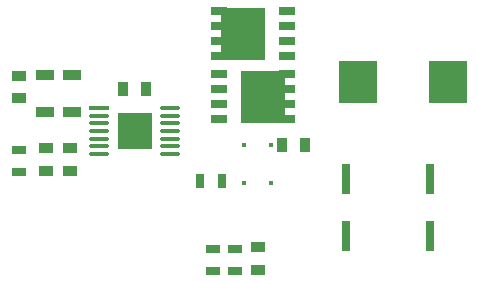
<source format=gtp>
G04*
G04 #@! TF.GenerationSoftware,Altium Limited,Altium Designer,21.6.1 (37)*
G04*
G04 Layer_Color=8421504*
%FSLAX44Y44*%
%MOMM*%
G71*
G04*
G04 #@! TF.SameCoordinates,468A8F93-C8C4-43A0-AE5F-35C49DAE4A20*
G04*
G04*
G04 #@! TF.FilePolarity,Positive*
G04*
G01*
G75*
%ADD15O,1.7800X0.3560*%
%ADD16R,1.7800X0.3560*%
%ADD17R,3.0000X3.1000*%
%ADD18R,1.3000X0.7000*%
%ADD19R,1.3000X0.9000*%
%ADD20R,1.6000X0.9000*%
%ADD21R,0.9000X1.3000*%
%ADD22R,0.4000X0.4000*%
%ADD23R,0.7000X1.3000*%
%ADD24R,1.3720X0.7100*%
%ADD25R,3.8500X4.5200*%
%ADD26R,3.3000X3.6000*%
%ADD27R,0.8000X2.6500*%
D15*
X372890Y442780D02*
D03*
Y455780D02*
D03*
Y449280D02*
D03*
Y475280D02*
D03*
Y462280D02*
D03*
Y468780D02*
D03*
X432290Y462280D02*
D03*
Y442780D02*
D03*
Y455780D02*
D03*
Y449280D02*
D03*
Y475280D02*
D03*
Y468780D02*
D03*
Y481780D02*
D03*
D16*
X372890D02*
D03*
D17*
X402590Y462280D02*
D03*
D18*
X304800Y427513D02*
D03*
Y446513D02*
D03*
X487680Y362650D02*
D03*
Y343650D02*
D03*
X468630Y362705D02*
D03*
Y343705D02*
D03*
D19*
X327409Y428650D02*
D03*
Y447650D02*
D03*
X347980Y428650D02*
D03*
Y447650D02*
D03*
X304800Y490270D02*
D03*
Y509270D02*
D03*
X506730Y363830D02*
D03*
Y344830D02*
D03*
D20*
X349250Y478530D02*
D03*
Y509530D02*
D03*
X326390Y478530D02*
D03*
Y509530D02*
D03*
D21*
X412090Y497840D02*
D03*
X393090D02*
D03*
X527710Y450850D02*
D03*
X546710D02*
D03*
D22*
X495230Y418074D02*
D03*
X518230D02*
D03*
Y450850D02*
D03*
X495230D02*
D03*
D23*
X457860Y420370D02*
D03*
X476860D02*
D03*
D24*
X531765Y497840D02*
D03*
Y485140D02*
D03*
X531495Y510540D02*
D03*
X531765Y472440D02*
D03*
X474075Y485140D02*
D03*
Y510540D02*
D03*
Y497840D02*
D03*
Y472440D02*
D03*
X531500Y551180D02*
D03*
Y538480D02*
D03*
Y563880D02*
D03*
Y525780D02*
D03*
X473810Y538480D02*
D03*
Y563880D02*
D03*
Y551180D02*
D03*
X474080Y525780D02*
D03*
D25*
X511545Y491490D02*
D03*
X494030Y544830D02*
D03*
D26*
X667670Y504190D02*
D03*
X592170D02*
D03*
D27*
X652780Y421640D02*
D03*
Y373380D02*
D03*
X581660Y421640D02*
D03*
Y373380D02*
D03*
M02*

</source>
